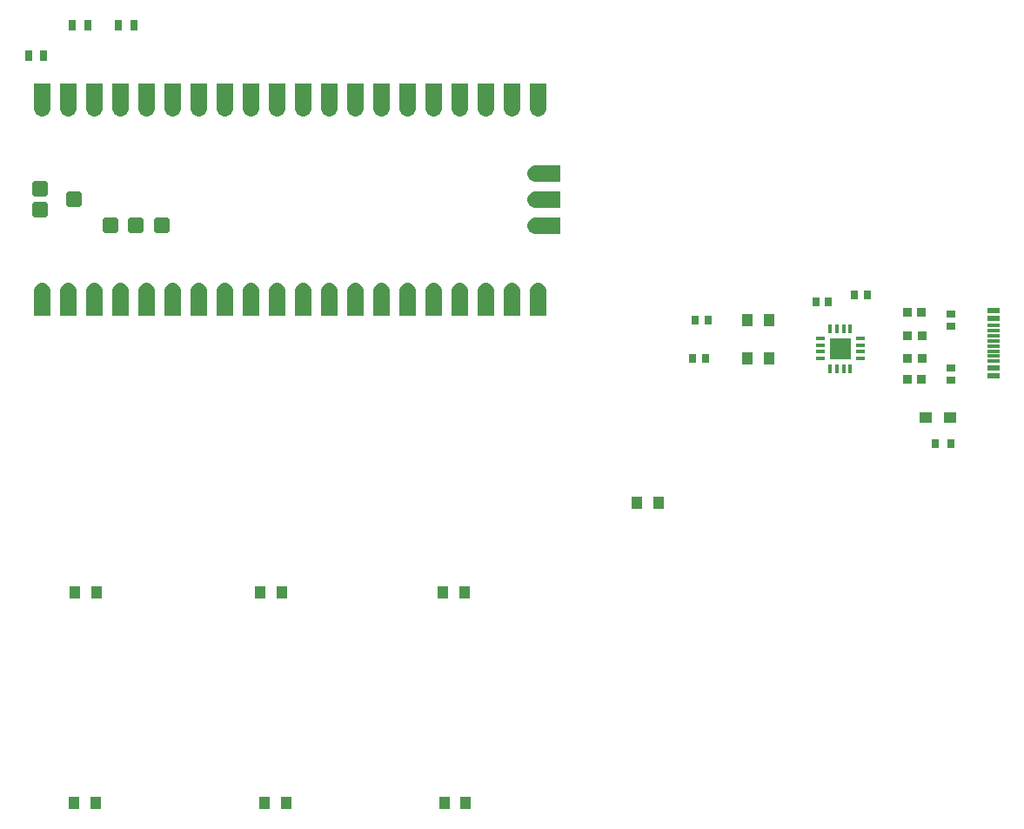
<source format=gtp>
G04*
G04 #@! TF.GenerationSoftware,Altium Limited,Altium Designer,23.1.1 (15)*
G04*
G04 Layer_Color=8421504*
%FSLAX44Y44*%
%MOMM*%
G71*
G04*
G04 #@! TF.SameCoordinates,71942028-349F-4B58-9001-873325432457*
G04*
G04*
G04 #@! TF.FilePolarity,Positive*
G04*
G01*
G75*
%ADD17R,0.3500X0.8500*%
%ADD18R,0.8500X0.3500*%
%ADD19R,2.1500X2.1500*%
G04:AMPARAMS|DCode=20|XSize=1.5mm|YSize=1.5mm|CornerRadius=0.225mm|HoleSize=0mm|Usage=FLASHONLY|Rotation=90.000|XOffset=0mm|YOffset=0mm|HoleType=Round|Shape=RoundedRectangle|*
%AMROUNDEDRECTD20*
21,1,1.5000,1.0500,0,0,90.0*
21,1,1.0500,1.5000,0,0,90.0*
1,1,0.4500,0.5250,0.5250*
1,1,0.4500,0.5250,-0.5250*
1,1,0.4500,-0.5250,-0.5250*
1,1,0.4500,-0.5250,0.5250*
%
%ADD20ROUNDEDRECTD20*%
%ADD21R,1.0000X2.5000*%
G04:AMPARAMS|DCode=22|XSize=2.5mm|YSize=1mm|CornerRadius=0.125mm|HoleSize=0mm|Usage=FLASHONLY|Rotation=90.000|XOffset=0mm|YOffset=0mm|HoleType=Round|Shape=RoundedRectangle|*
%AMROUNDEDRECTD22*
21,1,2.5000,0.7500,0,0,90.0*
21,1,2.2500,1.0000,0,0,90.0*
1,1,0.2500,0.3750,1.1250*
1,1,0.2500,0.3750,-1.1250*
1,1,0.2500,-0.3750,-1.1250*
1,1,0.2500,-0.3750,1.1250*
%
%ADD22ROUNDEDRECTD22*%
%ADD23R,2.5000X1.0000*%
%ADD24R,1.2500X0.3000*%
%ADD25R,1.2500X0.6000*%
%ADD26R,0.8000X0.9000*%
%ADD27R,1.1500X1.0000*%
%ADD28R,0.8500X0.9500*%
%ADD29R,1.1000X1.2000*%
%ADD30R,0.8000X0.9500*%
%ADD31R,0.7500X0.9000*%
%ADD32R,0.9565X0.9621*%
%ADD33R,0.9500X0.8000*%
%ADD34R,0.8000X1.0000*%
G36*
X566290Y683920D02*
X566290D01*
Y682867D01*
X565745Y680832D01*
X564692Y679008D01*
X563202Y677518D01*
X561378Y676465D01*
X559343Y675920D01*
X557237D01*
X555202Y676465D01*
X553378Y677518D01*
X551888Y679008D01*
X550835Y680832D01*
X550290Y682867D01*
Y683920D01*
Y707920D01*
X566290D01*
Y683920D01*
D02*
G37*
G36*
X540890D02*
X540890D01*
Y682867D01*
X540345Y680832D01*
X539291Y679008D01*
X537802Y677518D01*
X535978Y676465D01*
X533943Y675920D01*
X531837D01*
X529802Y676465D01*
X527978Y677518D01*
X526488Y679008D01*
X525435Y680832D01*
X524890Y682867D01*
Y683920D01*
Y707920D01*
X540890D01*
Y683920D01*
D02*
G37*
G36*
X515490D02*
X515490D01*
Y682867D01*
X514945Y680832D01*
X513891Y679008D01*
X512402Y677518D01*
X510578Y676465D01*
X508543Y675920D01*
X506437D01*
X504402Y676465D01*
X502578Y677518D01*
X501088Y679008D01*
X500035Y680832D01*
X499490Y682867D01*
Y683920D01*
Y707920D01*
X515490D01*
Y683920D01*
D02*
G37*
G36*
X490090D02*
X490090D01*
Y682867D01*
X489545Y680832D01*
X488492Y679008D01*
X487002Y677518D01*
X485178Y676465D01*
X483143Y675920D01*
X481037D01*
X479002Y676465D01*
X477178Y677518D01*
X475688Y679008D01*
X474635Y680832D01*
X474090Y682867D01*
Y683920D01*
Y707920D01*
X490090D01*
Y683920D01*
D02*
G37*
G36*
X464690D02*
X464690D01*
Y682867D01*
X464145Y680832D01*
X463092Y679008D01*
X461602Y677518D01*
X459778Y676465D01*
X457743Y675920D01*
X455637D01*
X453602Y676465D01*
X451778Y677518D01*
X450288Y679008D01*
X449235Y680832D01*
X448690Y682867D01*
Y683920D01*
Y707920D01*
X464690D01*
Y683920D01*
D02*
G37*
G36*
X439290D02*
X439290D01*
Y682867D01*
X438745Y680832D01*
X437691Y679008D01*
X436202Y677518D01*
X434378Y676465D01*
X432343Y675920D01*
X430237D01*
X428202Y676465D01*
X426378Y677518D01*
X424888Y679008D01*
X423835Y680832D01*
X423290Y682867D01*
Y683920D01*
Y707920D01*
X439290D01*
Y683920D01*
D02*
G37*
G36*
X413890D02*
X413890D01*
Y682867D01*
X413345Y680832D01*
X412291Y679008D01*
X410802Y677518D01*
X408978Y676465D01*
X406943Y675920D01*
X404837D01*
X402802Y676465D01*
X400978Y677518D01*
X399488Y679008D01*
X398435Y680832D01*
X397890Y682867D01*
Y683920D01*
Y707920D01*
X413890D01*
Y683920D01*
D02*
G37*
G36*
X388490D02*
X388490D01*
Y682867D01*
X387945Y680832D01*
X386892Y679008D01*
X385402Y677518D01*
X383578Y676465D01*
X381543Y675920D01*
X379437D01*
X377402Y676465D01*
X375578Y677518D01*
X374088Y679008D01*
X373035Y680832D01*
X372490Y682867D01*
Y683920D01*
Y707920D01*
X388490D01*
Y683920D01*
D02*
G37*
G36*
X363090D02*
X363090D01*
Y682867D01*
X362545Y680832D01*
X361492Y679008D01*
X360002Y677518D01*
X358178Y676465D01*
X356143Y675920D01*
X354037D01*
X352002Y676465D01*
X350178Y677518D01*
X348688Y679008D01*
X347635Y680832D01*
X347090Y682867D01*
Y683920D01*
Y707920D01*
X363090D01*
Y683920D01*
D02*
G37*
G36*
X337690D02*
X337690D01*
Y682867D01*
X337145Y680832D01*
X336091Y679008D01*
X334602Y677518D01*
X332778Y676465D01*
X330743Y675920D01*
X328637D01*
X326602Y676465D01*
X324778Y677518D01*
X323288Y679008D01*
X322235Y680832D01*
X321690Y682867D01*
Y683920D01*
Y707920D01*
X337690D01*
Y683920D01*
D02*
G37*
G36*
X312290D02*
X312290D01*
Y682867D01*
X311745Y680832D01*
X310692Y679008D01*
X309202Y677518D01*
X307378Y676465D01*
X305343Y675920D01*
X303237D01*
X301202Y676465D01*
X299378Y677518D01*
X297888Y679008D01*
X296835Y680832D01*
X296290Y682867D01*
Y683920D01*
Y707920D01*
X312290D01*
Y683920D01*
D02*
G37*
G36*
X286890D02*
X286890D01*
Y682867D01*
X286345Y680832D01*
X285292Y679008D01*
X283802Y677518D01*
X281978Y676465D01*
X279943Y675920D01*
X277837D01*
X275802Y676465D01*
X273978Y677518D01*
X272488Y679008D01*
X271435Y680832D01*
X270890Y682867D01*
Y683920D01*
Y707920D01*
X286890D01*
Y683920D01*
D02*
G37*
G36*
X261490D02*
X261490D01*
Y682867D01*
X260945Y680832D01*
X259891Y679008D01*
X258402Y677518D01*
X256578Y676465D01*
X254543Y675920D01*
X252437D01*
X250402Y676465D01*
X248578Y677518D01*
X247088Y679008D01*
X246035Y680832D01*
X245490Y682867D01*
Y683920D01*
Y707920D01*
X261490D01*
Y683920D01*
D02*
G37*
G36*
X236090D02*
X236090D01*
Y682867D01*
X235545Y680832D01*
X234492Y679008D01*
X233002Y677518D01*
X231178Y676465D01*
X229143Y675920D01*
X227037D01*
X225002Y676465D01*
X223178Y677518D01*
X221688Y679008D01*
X220635Y680832D01*
X220090Y682867D01*
Y683920D01*
Y707920D01*
X236090D01*
Y683920D01*
D02*
G37*
G36*
X210690D02*
X210690D01*
Y682867D01*
X210145Y680832D01*
X209091Y679008D01*
X207602Y677518D01*
X205778Y676465D01*
X203743Y675920D01*
X201637D01*
X199602Y676465D01*
X197778Y677518D01*
X196288Y679008D01*
X195235Y680832D01*
X194690Y682867D01*
Y683920D01*
Y707920D01*
X210690D01*
Y683920D01*
D02*
G37*
G36*
X185290D02*
X185290D01*
Y682867D01*
X184745Y680832D01*
X183692Y679008D01*
X182202Y677518D01*
X180378Y676465D01*
X178343Y675920D01*
X176237D01*
X174202Y676465D01*
X172378Y677518D01*
X170888Y679008D01*
X169835Y680832D01*
X169290Y682867D01*
Y683920D01*
Y707920D01*
X185290D01*
Y683920D01*
D02*
G37*
G36*
X159890D02*
X159890D01*
Y682867D01*
X159345Y680832D01*
X158292Y679008D01*
X156802Y677518D01*
X154978Y676465D01*
X152943Y675920D01*
X150837D01*
X148802Y676465D01*
X146978Y677518D01*
X145488Y679008D01*
X144435Y680832D01*
X143890Y682867D01*
Y683920D01*
Y707920D01*
X159890D01*
Y683920D01*
D02*
G37*
G36*
X134490D02*
X134490D01*
Y682867D01*
X133945Y680832D01*
X132892Y679008D01*
X131402Y677518D01*
X129578Y676465D01*
X127543Y675920D01*
X125437D01*
X123402Y676465D01*
X121578Y677518D01*
X120088Y679008D01*
X119035Y680832D01*
X118490Y682867D01*
Y683920D01*
Y707920D01*
X134490D01*
Y683920D01*
D02*
G37*
G36*
X109090D02*
X109090D01*
Y682867D01*
X108545Y680832D01*
X107492Y679008D01*
X106002Y677518D01*
X104178Y676465D01*
X102143Y675920D01*
X100037D01*
X98002Y676465D01*
X96178Y677518D01*
X94688Y679008D01*
X93635Y680832D01*
X93090Y682867D01*
Y683920D01*
Y707920D01*
X109090D01*
Y683920D01*
D02*
G37*
G36*
X83690D02*
X83690D01*
Y682867D01*
X83145Y680832D01*
X82092Y679008D01*
X80602Y677518D01*
X78778Y676465D01*
X76743Y675920D01*
X74637D01*
X72602Y676465D01*
X70778Y677518D01*
X69288Y679008D01*
X68235Y680832D01*
X67690Y682867D01*
Y683920D01*
Y707920D01*
X83690D01*
Y683920D01*
D02*
G37*
G36*
X579990Y612400D02*
X554937D01*
X552902Y612945D01*
X551078Y613998D01*
X549588Y615488D01*
X548535Y617312D01*
X547990Y619347D01*
Y621453D01*
X548535Y623488D01*
X549588Y625312D01*
X551078Y626802D01*
X552902Y627855D01*
X554937Y628400D01*
X555990D01*
Y628400D01*
X579990D01*
Y612400D01*
D02*
G37*
G36*
Y587000D02*
X554937D01*
X552902Y587545D01*
X551078Y588598D01*
X549588Y590088D01*
X548535Y591912D01*
X547990Y593947D01*
Y596053D01*
X548535Y598088D01*
X549588Y599912D01*
X551078Y601402D01*
X552902Y602455D01*
X554937Y603000D01*
X555990D01*
Y603000D01*
X579990D01*
Y587000D01*
D02*
G37*
G36*
Y561600D02*
X554937D01*
X552902Y562145D01*
X551078Y563198D01*
X549588Y564688D01*
X548535Y566512D01*
X547990Y568547D01*
Y570653D01*
X548535Y572688D01*
X549588Y574512D01*
X551078Y576002D01*
X552902Y577055D01*
X554937Y577600D01*
X555990D01*
Y577600D01*
X579990D01*
Y561600D01*
D02*
G37*
G36*
X561378Y513535D02*
X563202Y512482D01*
X564692Y510992D01*
X565745Y509168D01*
X566290Y507133D01*
Y506080D01*
X566290D01*
Y482080D01*
X550290D01*
Y506080D01*
Y507133D01*
X550835Y509168D01*
X551888Y510992D01*
X553378Y512482D01*
X555202Y513535D01*
X557237Y514080D01*
X559343D01*
X561378Y513535D01*
D02*
G37*
G36*
X535978D02*
X537802Y512482D01*
X539291Y510992D01*
X540345Y509168D01*
X540890Y507133D01*
Y506080D01*
X540890D01*
Y482080D01*
X524890D01*
Y506080D01*
Y507133D01*
X525435Y509168D01*
X526488Y510992D01*
X527978Y512482D01*
X529802Y513535D01*
X531837Y514080D01*
X533943D01*
X535978Y513535D01*
D02*
G37*
G36*
X510578D02*
X512402Y512482D01*
X513891Y510992D01*
X514945Y509168D01*
X515490Y507133D01*
Y506080D01*
X515490D01*
Y482080D01*
X499490D01*
Y506080D01*
Y507133D01*
X500035Y509168D01*
X501088Y510992D01*
X502578Y512482D01*
X504402Y513535D01*
X506437Y514080D01*
X508543D01*
X510578Y513535D01*
D02*
G37*
G36*
X485178D02*
X487002Y512482D01*
X488492Y510992D01*
X489545Y509168D01*
X490090Y507133D01*
Y506080D01*
X490090D01*
Y482080D01*
X474090D01*
Y506080D01*
Y507133D01*
X474635Y509168D01*
X475688Y510992D01*
X477178Y512482D01*
X479002Y513535D01*
X481037Y514080D01*
X483143D01*
X485178Y513535D01*
D02*
G37*
G36*
X459778D02*
X461602Y512482D01*
X463092Y510992D01*
X464145Y509168D01*
X464690Y507133D01*
Y506080D01*
X464690D01*
Y482080D01*
X448690D01*
Y506080D01*
Y507133D01*
X449235Y509168D01*
X450288Y510992D01*
X451778Y512482D01*
X453602Y513535D01*
X455637Y514080D01*
X457743D01*
X459778Y513535D01*
D02*
G37*
G36*
X434378D02*
X436202Y512482D01*
X437691Y510992D01*
X438745Y509168D01*
X439290Y507133D01*
Y506080D01*
X439290D01*
Y482080D01*
X423290D01*
Y506080D01*
Y507133D01*
X423835Y509168D01*
X424888Y510992D01*
X426378Y512482D01*
X428202Y513535D01*
X430237Y514080D01*
X432343D01*
X434378Y513535D01*
D02*
G37*
G36*
X408978D02*
X410802Y512482D01*
X412291Y510992D01*
X413345Y509168D01*
X413890Y507133D01*
Y506080D01*
X413890D01*
Y482080D01*
X397890D01*
Y506080D01*
Y507133D01*
X398435Y509168D01*
X399488Y510992D01*
X400978Y512482D01*
X402802Y513535D01*
X404837Y514080D01*
X406943D01*
X408978Y513535D01*
D02*
G37*
G36*
X383578D02*
X385402Y512482D01*
X386892Y510992D01*
X387945Y509168D01*
X388490Y507133D01*
Y506080D01*
X388490D01*
Y482080D01*
X372490D01*
Y506080D01*
Y507133D01*
X373035Y509168D01*
X374088Y510992D01*
X375578Y512482D01*
X377402Y513535D01*
X379437Y514080D01*
X381543D01*
X383578Y513535D01*
D02*
G37*
G36*
X358178D02*
X360002Y512482D01*
X361492Y510992D01*
X362545Y509168D01*
X363090Y507133D01*
Y506080D01*
X363090D01*
Y482080D01*
X347090D01*
Y506080D01*
Y507133D01*
X347635Y509168D01*
X348688Y510992D01*
X350178Y512482D01*
X352002Y513535D01*
X354037Y514080D01*
X356143D01*
X358178Y513535D01*
D02*
G37*
G36*
X332778D02*
X334602Y512482D01*
X336091Y510992D01*
X337145Y509168D01*
X337690Y507133D01*
Y506080D01*
X337690D01*
Y482080D01*
X321690D01*
Y506080D01*
Y507133D01*
X322235Y509168D01*
X323288Y510992D01*
X324778Y512482D01*
X326602Y513535D01*
X328637Y514080D01*
X330743D01*
X332778Y513535D01*
D02*
G37*
G36*
X307378D02*
X309202Y512482D01*
X310692Y510992D01*
X311745Y509168D01*
X312290Y507133D01*
Y506080D01*
X312290D01*
Y482080D01*
X296290D01*
Y506080D01*
Y507133D01*
X296835Y509168D01*
X297888Y510992D01*
X299378Y512482D01*
X301202Y513535D01*
X303237Y514080D01*
X305343D01*
X307378Y513535D01*
D02*
G37*
G36*
X281978D02*
X283802Y512482D01*
X285292Y510992D01*
X286345Y509168D01*
X286890Y507133D01*
Y506080D01*
X286890D01*
Y482080D01*
X270890D01*
Y506080D01*
Y507133D01*
X271435Y509168D01*
X272488Y510992D01*
X273978Y512482D01*
X275802Y513535D01*
X277837Y514080D01*
X279943D01*
X281978Y513535D01*
D02*
G37*
G36*
X256578D02*
X258402Y512482D01*
X259891Y510992D01*
X260945Y509168D01*
X261490Y507133D01*
Y506080D01*
X261490D01*
Y482080D01*
X245490D01*
Y506080D01*
Y507133D01*
X246035Y509168D01*
X247088Y510992D01*
X248578Y512482D01*
X250402Y513535D01*
X252437Y514080D01*
X254543D01*
X256578Y513535D01*
D02*
G37*
G36*
X231178D02*
X233002Y512482D01*
X234492Y510992D01*
X235545Y509168D01*
X236090Y507133D01*
Y506080D01*
X236090D01*
Y482080D01*
X220090D01*
Y506080D01*
Y507133D01*
X220635Y509168D01*
X221688Y510992D01*
X223178Y512482D01*
X225002Y513535D01*
X227037Y514080D01*
X229143D01*
X231178Y513535D01*
D02*
G37*
G36*
X205778D02*
X207602Y512482D01*
X209091Y510992D01*
X210145Y509168D01*
X210690Y507133D01*
Y506080D01*
X210690D01*
Y482080D01*
X194690D01*
Y506080D01*
Y507133D01*
X195235Y509168D01*
X196288Y510992D01*
X197778Y512482D01*
X199602Y513535D01*
X201637Y514080D01*
X203743D01*
X205778Y513535D01*
D02*
G37*
G36*
X180378D02*
X182202Y512482D01*
X183692Y510992D01*
X184745Y509168D01*
X185290Y507133D01*
Y506080D01*
X185290D01*
Y482080D01*
X169290D01*
Y506080D01*
Y507133D01*
X169835Y509168D01*
X170888Y510992D01*
X172378Y512482D01*
X174202Y513535D01*
X176237Y514080D01*
X178343D01*
X180378Y513535D01*
D02*
G37*
G36*
X154978D02*
X156802Y512482D01*
X158292Y510992D01*
X159345Y509168D01*
X159890Y507133D01*
Y506080D01*
X159890D01*
Y482080D01*
X143890D01*
Y506080D01*
Y507133D01*
X144435Y509168D01*
X145488Y510992D01*
X146978Y512482D01*
X148802Y513535D01*
X150837Y514080D01*
X152943D01*
X154978Y513535D01*
D02*
G37*
G36*
X129578D02*
X131402Y512482D01*
X132892Y510992D01*
X133945Y509168D01*
X134490Y507133D01*
Y506080D01*
X134490D01*
Y482080D01*
X118490D01*
Y506080D01*
Y507133D01*
X119035Y509168D01*
X120088Y510992D01*
X121578Y512482D01*
X123402Y513535D01*
X125437Y514080D01*
X127543D01*
X129578Y513535D01*
D02*
G37*
G36*
X104178D02*
X106002Y512482D01*
X107492Y510992D01*
X108545Y509168D01*
X109090Y507133D01*
Y506080D01*
X109090D01*
Y482080D01*
X93090D01*
Y506080D01*
Y507133D01*
X93635Y509168D01*
X94688Y510992D01*
X96178Y512482D01*
X98002Y513535D01*
X100037Y514080D01*
X102143D01*
X104178Y513535D01*
D02*
G37*
G36*
X78778D02*
X80602Y512482D01*
X82092Y510992D01*
X83145Y509168D01*
X83690Y507133D01*
Y506080D01*
X83690D01*
Y482080D01*
X67690D01*
Y506080D01*
Y507133D01*
X68235Y509168D01*
X69288Y510992D01*
X70778Y512482D01*
X72602Y513535D01*
X74637Y514080D01*
X76743D01*
X78778Y513535D01*
D02*
G37*
D17*
X842750Y430500D02*
D03*
X849250D02*
D03*
X855750D02*
D03*
X862250D02*
D03*
Y469500D02*
D03*
X855750D02*
D03*
X849250D02*
D03*
X842750D02*
D03*
D18*
X872000Y440250D02*
D03*
Y446750D02*
D03*
Y453250D02*
D03*
Y459750D02*
D03*
X833000D02*
D03*
Y453250D02*
D03*
Y446750D02*
D03*
Y440250D02*
D03*
D19*
X852500Y450000D02*
D03*
D20*
X192078Y570099D02*
D03*
X167078D02*
D03*
X142078D02*
D03*
X107078Y595099D02*
D03*
X74078Y605099D02*
D03*
Y585099D02*
D03*
D21*
X558450Y694400D02*
D03*
X533050D02*
D03*
X507650D02*
D03*
X482250D02*
D03*
X456850D02*
D03*
X431450D02*
D03*
X406050D02*
D03*
X380650D02*
D03*
X355250D02*
D03*
X329850D02*
D03*
X304450D02*
D03*
X279050D02*
D03*
X253650D02*
D03*
X228250D02*
D03*
X202850D02*
D03*
X177450D02*
D03*
X152050D02*
D03*
X126650D02*
D03*
X101250D02*
D03*
X75850D02*
D03*
Y495600D02*
D03*
X101250D02*
D03*
X152050D02*
D03*
X177450D02*
D03*
X202850D02*
D03*
X228250D02*
D03*
X253650D02*
D03*
X279050D02*
D03*
X304450D02*
D03*
X329850D02*
D03*
X355250D02*
D03*
X380650D02*
D03*
X406050D02*
D03*
X431450D02*
D03*
X456850D02*
D03*
X482250D02*
D03*
X507650D02*
D03*
X533050D02*
D03*
X558450D02*
D03*
D22*
X126650Y498100D02*
D03*
D23*
X566650Y569600D02*
D03*
Y595000D02*
D03*
Y620400D02*
D03*
D24*
X1001251Y437500D02*
D03*
Y447500D02*
D03*
Y462500D02*
D03*
Y472500D02*
D03*
Y467500D02*
D03*
Y457500D02*
D03*
Y452500D02*
D03*
Y442500D02*
D03*
D25*
Y487000D02*
D03*
Y479000D02*
D03*
Y431000D02*
D03*
Y423000D02*
D03*
D26*
X960000Y357500D02*
D03*
X945000D02*
D03*
D27*
X935750Y382500D02*
D03*
X959250D02*
D03*
D28*
X918250Y420000D02*
D03*
X931750D02*
D03*
X918250Y485000D02*
D03*
X931750D02*
D03*
D29*
X783000Y440000D02*
D03*
X762000D02*
D03*
X783000Y477500D02*
D03*
X762000D02*
D03*
X654500Y300000D02*
D03*
X675500D02*
D03*
X309000Y212500D02*
D03*
X288000D02*
D03*
X129000D02*
D03*
X108000D02*
D03*
X486499D02*
D03*
X465499D02*
D03*
X313000Y7500D02*
D03*
X292000D02*
D03*
X128000D02*
D03*
X107000D02*
D03*
X488000D02*
D03*
X467000D02*
D03*
D30*
X708750Y440000D02*
D03*
X721250D02*
D03*
X711250Y477500D02*
D03*
X723750D02*
D03*
D31*
X866500Y502500D02*
D03*
X878500D02*
D03*
X841000Y495000D02*
D03*
X829000D02*
D03*
D32*
X932509Y462500D02*
D03*
X917491D02*
D03*
X932500Y440000D02*
D03*
X917483D02*
D03*
D33*
X960000Y471250D02*
D03*
Y483750D02*
D03*
X960000Y418750D02*
D03*
Y431250D02*
D03*
D34*
X77500Y735000D02*
D03*
X62500D02*
D03*
X165000Y765000D02*
D03*
X150000D02*
D03*
X105000D02*
D03*
X120000D02*
D03*
M02*

</source>
